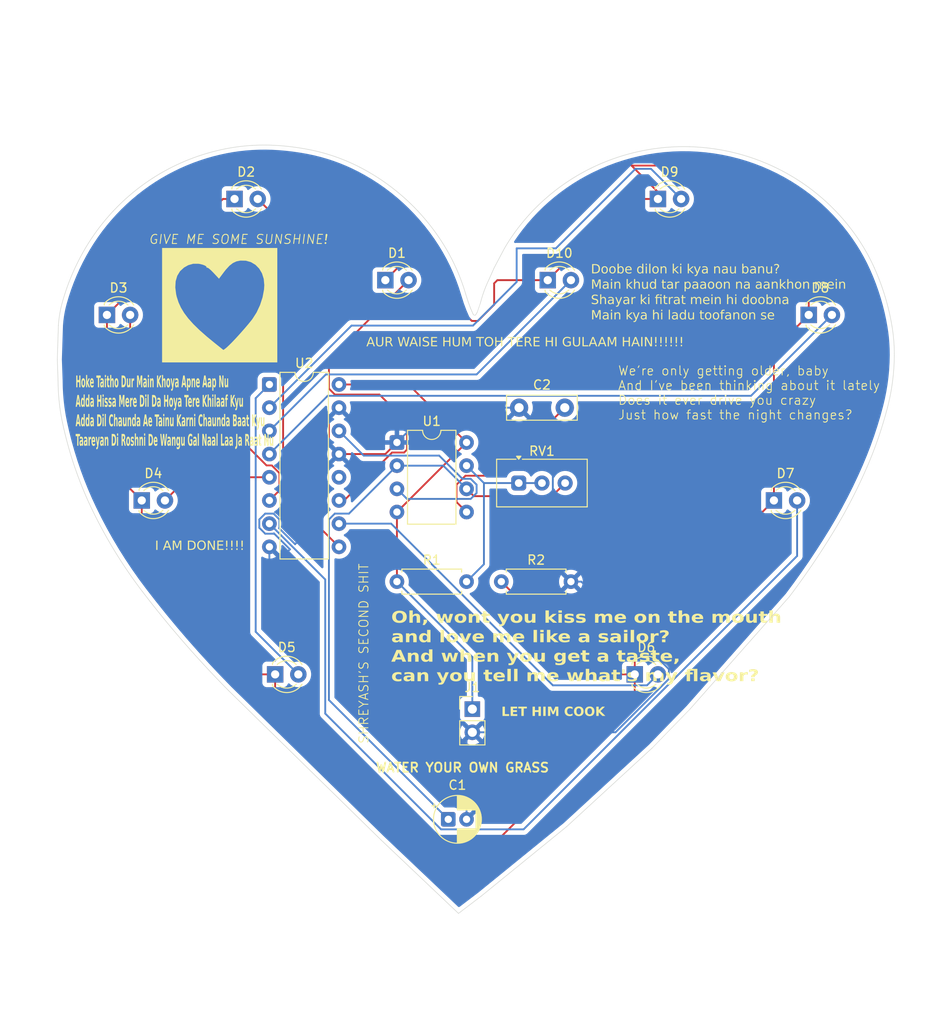
<source format=kicad_pcb>
(kicad_pcb (version 20241229) (generator "pcbnew") (generator_version "9.0")
  (layers (0 "F.Cu" signal) (2 "B.Cu" signal) (13 "F.Paste" user) (15 "B.Paste" user) (5 "F.SilkS" user "F.Silkscreen") (7 "B.SilkS" user "B.Silkscreen") (1 "F.Mask" user) (3 "B.Mask" user) (25 "Edge.Cuts" user))
  (net 0 "")
  (net 1 "+5V")
  (net 2 "TR")
  (net 3 "GND")
  (net 4 "Net-(U1-DIS)")
  (net 5 "OUT")
  (net 6 "Net-(U1-CV)")
  (net 7 "Net-(D1-K)")
  (net 8 "Net-(D1-A)")
  (net 9 "Net-(D2-A)")
  (net 10 "Net-(D3-A)")
  (net 11 "Net-(D4-A)")
  (net 12 "Net-(D5-A)")
  (net 13 "Net-(D6-A)")
  (net 14 "Net-(D7-A)")
  (net 15 "Net-(D8-A)")
  (net 16 "Net-(D9-A)")
  (net 17 "Net-(D10-A)")
  (footprint "LED_THT:LED_D3.0mm" (layer "F.Cu") (at 131.445 124.46)
    (property "Reference" "D5" (at 1.27 -2.96 0) (layer "F.SilkS"))
    (property "Value" "LED")
    (pad "1" thru_hole rect (at 0 0) (size 1.8 1.8) (drill 0.9) (layers "*.Cu" "*.Mask") (net 7 "Net-(D1-K)"))
    (pad "2" thru_hole circle (at 2.54 0) (size 1.8 1.8) (drill 0.9) (layers "*.Cu" "*.Mask") (net 12 "Net-(D5-A)"))
  )
  (footprint "a1:newig" (layer "F.Cu") (at 176.403 106.3498)
    (property "Reference" "               " (at 0 0 0) (layer "F.SilkS") (effects (font (size 0.1284 0.1284) (thickness 0.0321))))
    (property "Value" "LOGO" (hide yes))
  )
  (footprint "LED_THT:LED_D3.0mm" (layer "F.Cu") (at 173.355 72.39)
    (property "Reference" "D9" (at 1.27 -2.96 0) (layer "F.SilkS"))
    (property "Value" "LED")
    (pad "1" thru_hole rect (at 0 0) (size 1.8 1.8) (drill 0.9) (layers "*.Cu" "*.Mask") (net 7 "Net-(D1-K)"))
    (pad "2" thru_hole circle (at 2.54 0) (size 1.8 1.8) (drill 0.9) (layers "*.Cu" "*.Mask") (net 16 "Net-(D9-A)"))
  )
  (footprint "Potentiometer_THT:Potentiometer_Vishay_T93YA_Vertical" (layer "F.Cu") (at 158.115 103.505)
    (property "Reference" "RV1" (at 2.54 -3.5 0) (layer "F.SilkS"))
    (property "Value" "50k")
    (pad "1" thru_hole roundrect (at 0 0) (size 1.65 1.65) (drill 0.85) (layers "*.Cu" "*.Mask") (net 4 "Net-(U1-DIS)"))
    (pad "2" thru_hole circle (at 2.54 0) (size 1.65 1.65) (drill 0.85) (layers "*.Cu" "*.Mask") (net 4 "Net-(U1-DIS)"))
    (pad "3" thru_hole circle (at 5.08 0) (size 1.65 1.65) (drill 0.85) (layers "*.Cu" "*.Mask") (net 2 "TR"))
  )
  (footprint "LED_THT:LED_D3.0mm" (layer "F.Cu") (at 186.055 105.41)
    (property "Reference" "D7" (at 1.27 -2.96 0) (layer "F.SilkS"))
    (property "Value" "LED")
    (pad "1" thru_hole rect (at 0 0) (size 1.8 1.8) (drill 0.9) (layers "*.Cu" "*.Mask") (net 7 "Net-(D1-K)"))
    (pad "2" thru_hole circle (at 2.54 0) (size 1.8 1.8) (drill 0.9) (layers "*.Cu" "*.Mask") (net 14 "Net-(D7-A)"))
  )
  (footprint "a1:gf111" (layer "F.Cu") (at 125.3744 84.0232)
    (property "Reference" "                                                  " (hide yes))
    (property "Value" "LOGO" (hide yes))
  )
  (footprint "LED_THT:LED_D3.0mm" (layer "F.Cu") (at 189.865 85.09)
    (property "Reference" "D8" (at 1.27 -2.96 0) (layer "F.SilkS"))
    (property "Value" "LED")
    (pad "1" thru_hole rect (at 0 0) (size 1.8 1.8) (drill 0.9) (layers "*.Cu" "*.Mask") (net 7 "Net-(D1-K)"))
    (pad "2" thru_hole circle (at 2.54 0) (size 1.8 1.8) (drill 0.9) (layers "*.Cu" "*.Mask") (net 15 "Net-(D8-A)"))
  )
  (footprint "LED_THT:LED_D3.0mm" (layer "F.Cu") (at 161.29 81.28)
    (property "Reference" "D10" (at 1.27 -2.96 0) (layer "F.SilkS"))
    (property "Value" "LED")
    (pad "1" thru_hole rect (at 0 0) (size 1.8 1.8) (drill 0.9) (layers "*.Cu" "*.Mask") (net 7 "Net-(D1-K)"))
    (pad "2" thru_hole circle (at 2.54 0) (size 1.8 1.8) (drill 0.9) (layers "*.Cu" "*.Mask") (net 17 "Net-(D10-A)"))
  )
  (footprint "Resistor_THT:R_Axial_DIN0207_L6.3mm_D2.5mm_P7.62mm_Horizontal" (layer "F.Cu") (at 144.78 114.3)
    (property "Reference" "R1" (at 3.81 -2.37 0) (layer "F.SilkS"))
    (property "Value" "1k")
    (pad "1" thru_hole circle (at 0 0) (size 1.6 1.6) (drill 0.8) (layers "*.Cu" "*.Mask") (net 1 "+5V"))
    (pad "2" thru_hole circle (at 7.62 0) (size 1.6 1.6) (drill 0.8) (layers "*.Cu" "*.Mask") (net 4 "Net-(U1-DIS)"))
  )
  (footprint "LED_THT:LED_D3.0mm" (layer "F.Cu") (at 170.815 124.46)
    (property "Reference" "D6" (at 1.27 -2.96 0) (layer "F.SilkS"))
    (property "Value" "LED")
    (pad "1" thru_hole rect (at 0 0) (size 1.8 1.8) (drill 0.9) (layers "*.Cu" "*.Mask") (net 7 "Net-(D1-K)"))
    (pad "2" thru_hole circle (at 2.54 0) (size 1.8 1.8) (drill 0.9) (layers "*.Cu" "*.Mask") (net 13 "Net-(D6-A)"))
  )
  (footprint "Connector_PinHeader_2.54mm:PinHeader_1x02_P2.54mm_Vertical" (layer "F.Cu") (at 153.035 128.265)
    (property "Reference" "J1" (at 0 -2.38 0) (layer "F.SilkS"))
    (property "Value" "Conn_01x02_Socket")
    (pad "1" thru_hole rect (at 0 0) (size 1.7 1.7) (drill 1) (layers "*.Cu" "*.Mask") (net 1 "+5V"))
    (pad "2" thru_hole circle (at 0 2.54) (size 1.7 1.7) (drill 1) (layers "*.Cu" "*.Mask") (net 3 "GND"))
  )
  (footprint "LED_THT:LED_D3.0mm" (layer "F.Cu") (at 143.51 81.28)
    (property "Reference" "D1" (at 1.27 -2.96 0) (layer "F.SilkS"))
    (property "Value" "LED")
    (pad "1" thru_hole rect (at 0 0) (size 1.8 1.8) (drill 0.9) (layers "*.Cu" "*.Mask") (net 7 "Net-(D1-K)"))
    (pad "2" thru_hole circle (at 2.54 0) (size 1.8 1.8) (drill 0.9) (layers "*.Cu" "*.Mask") (net 8 "Net-(D1-A)"))
  )
  (footprint "LED_THT:LED_D3.0mm" (layer "F.Cu") (at 113.03 85.09)
    (property "Reference" "D3" (at 1.27 -2.96 0) (layer "F.SilkS"))
    (property "Value" "LED")
    (pad "1" thru_hole rect (at 0 0) (size 1.8 1.8) (drill 0.9) (layers "*.Cu" "*.Mask") (net 7 "Net-(D1-K)"))
    (pad "2" thru_hole circle (at 2.54 0) (size 1.8 1.8) (drill 0.9) (layers "*.Cu" "*.Mask") (net 10 "Net-(D3-A)"))
  )
  (footprint "LED_THT:LED_D3.0mm" (layer "F.Cu") (at 127 72.39)
    (property "Reference" "D2" (at 1.27 -2.96 0) (layer "F.SilkS"))
    (property "Value" "LED")
    (pad "1" thru_hole rect (at 0 0) (size 1.8 1.8) (drill 0.9) (layers "*.Cu" "*.Mask") (net 7 "Net-(D1-K)"))
    (pad "2" thru_hole circle (at 2.54 0) (size 1.8 1.8) (drill 0.9) (layers "*.Cu" "*.Mask") (net 9 "Net-(D2-A)"))
  )
  (footprint "Capacitor_THT:C_Disc_D7.5mm_W2.5mm_P5.00mm" (layer "F.Cu") (at 158.155 95.25)
    (property "Reference" "C2" (at 2.5 -2.5 0) (layer "F.SilkS"))
    (property "Value" "0.01 uF")
    (pad "1" thru_hole circle (at 0 0) (size 2 2) (drill 1) (layers "*.Cu" "*.Mask") (net 3 "GND"))
    (pad "2" thru_hole circle (at 5 0) (size 2 2) (drill 1) (layers "*.Cu" "*.Mask") (net 6 "Net-(U1-CV)"))
  )
  (footprint "Package_DIP:DIP-16_W7.62mm" (layer "F.Cu") (at 130.815 92.71)
    (property "Reference" "U2" (at 3.81 -2.33 0) (layer "F.SilkS"))
    (property "Value" "4017")
    (pad "1" thru_hole roundrect (at 0 0) (size 1.6 1.6) (drill 0.8) (layers "*.Cu" "*.Mask") (roundrect_rratio 0.15625) (net 12 "Net-(D5-A)"))
    (pad "2" thru_hole circle (at 0 2.54) (size 1.6 1.6) (drill 0.8) (layers "*.Cu" "*.Mask") (net 16 "Net-(D9-A)"))
    (pad "3" thru_hole circle (at 0 5.08) (size 1.6 1.6) (drill 0.8) (layers "*.Cu" "*.Mask") (net 17 "Net-(D10-A)"))
    (pad "4" thru_hole circle (at 0 7.62) (size 1.6 1.6) (drill 0.8) (layers "*.Cu" "*.Mask") (net 15 "Net-(D8-A)"))
    (pad "5" thru_hole circle (at 0 10.16) (size 1.6 1.6) (drill 0.8) (layers "*.Cu" "*.Mask") (net 11 "Net-(D4-A)"))
    (pad "6" thru_hole circle (at 0 12.7) (size 1.6 1.6) (drill 0.8) (layers "*.Cu" "*.Mask") (net 10 "Net-(D3-A)"))
    (pad "7" thru_hole circle (at 0 15.24) (size 1.6 1.6) (drill 0.8) (layers "*.Cu" "*.Mask") (net 14 "Net-(D7-A)"))
    (pad "8" thru_hole circle (at 0 17.78) (size 1.6 1.6) (drill 0.8) (layers "*.Cu" "*.Mask") (net 3 "GND"))
    (pad "9" thru_hole circle (at 7.62 17.78) (size 1.6 1.6) (drill 0.8) (layers "*.Cu" "*.Mask") (net 9 "Net-(D2-A)"))
    (pad "10" thru_hole circle (at 7.62 15.24) (size 1.6 1.6) (drill 0.8) (layers "*.Cu" "*.Mask") (net 13 "Net-(D6-A)"))
    (pad "11" thru_hole circle (at 7.62 12.7) (size 1.6 1.6) (drill 0.8) (layers "*.Cu" "*.Mask") (net 8 "Net-(D1-A)"))
    (pad "12" thru_hole circle (at 7.62 10.16) (size 1.6 1.6) (drill 0.8) (layers "*.Cu" "*.Mask"))
    (pad "13" thru_hole circle (at 7.62 7.62) (size 1.6 1.6) (drill 0.8) (layers "*.Cu" "*.Mask") (net 3 "GND"))
    (pad "14" thru_hole circle (at 7.62 5.08) (size 1.6 1.6) (drill 0.8) (layers "*.Cu" "*.Mask") (net 5 "OUT"))
    (pad "15" thru_hole circle (at 7.62 2.54) (size 1.6 1.6) (drill 0.8) (layers "*.Cu" "*.Mask") (net 3 "GND"))
    (pad "16" thru_hole circle (at 7.62 0) (size 1.6 1.6) (drill 0.8) (layers "*.Cu" "*.Mask") (net 1 "+5V"))
  )
  (footprint "Capacitor_THT:CP_Radial_D5.0mm_P2.00mm" (layer "F.Cu") (at 150.4 140.335)
    (property "Reference" "C1" (at 1 -3.75 0) (layer "F.SilkS"))
    (property "Value" "1 uF")
    (pad "1" thru_hole roundrect (at 0 0) (size 1.6 1.6) (drill 0.8) (layers "*.Cu" "*.Mask") (roundrect_rratio 0.15625) (net 2 "TR"))
    (pad "2" thru_hole circle (at 2 0) (size 1.6 1.6) (drill 0.8) (layers "*.Cu" "*.Mask") (net 3 "GND"))
  )
  (footprint "LED_THT:LED_D3.0mm" (layer "F.Cu") (at 116.84 105.41)
    (property "Reference" "D4" (at 1.27 -2.96 0) (layer "F.SilkS"))
    (property "Value" "LED")
    (pad "1" thru_hole rect (at 0 0) (size 1.8 1.8) (drill 0.9) (layers "*.Cu" "*.Mask") (net 7 "Net-(D1-K)"))
    (pad "2" thru_hole circle (at 2.54 0) (size 1.8 1.8) (drill 0.9) (layers "*.Cu" "*.Mask") (net 11 "Net-(D4-A)"))
  )
  (footprint "Resistor_THT:R_Axial_DIN0207_L6.3mm_D2.5mm_P7.62mm_Horizontal" (layer "F.Cu") (at 156.21 114.3)
    (property "Reference" "R2" (at 3.81 -2.37 0) (layer "F.SilkS"))
    (property "Value" "470")
    (pad "1" thru_hole circle (at 0 0) (size 1.6 1.6) (drill 0.8) (layers "*.Cu" "*.Mask") (net 7 "Net-(D1-K)"))
    (pad "2" thru_hole circle (at 7.62 0) (size 1.6 1.6) (drill 0.8) (layers "*.Cu" "*.Mask") (net 3 "GND"))
  )
  (footprint "Package_DIP:DIP-8_W7.62mm" (layer "F.Cu") (at 144.78 99.06)
    (property "Reference" "U1" (at 3.81 -2.33 0) (layer "F.SilkS"))
    (property "Value" "NE555P")
    (pad "1" thru_hole roundrect (at 0 0) (size 1.6 1.6) (drill 0.8) (layers "*.Cu" "*.Mask") (roundrect_rratio 0.15625) (net 3 "GND"))
    (pad "2" thru_hole circle (at 0 2.54) (size 1.6 1.6) (drill 0.8) (layers "*.Cu" "*.Mask") (net 2 "TR"))
    (pad "3" thru_hole circle (at 0 5.08) (size 1.6 1.6) (drill 0.8) (layers "*.Cu" "*.Mask") (net 5 "OUT"))
    (pad "4" thru_hole circle (at 0 7.62) (size 1.6 1.6) (drill 0.8) (layers "*.Cu" "*.Mask") (net 1 "+5V"))
    (pad "5" thru_hole circle (at 7.62 7.62) (size 1.6 1.6) (drill 0.8) (layers "*.Cu" "*.Mask") (net 6 "Net-(U1-CV)"))
    (pad "6" thru_hole circle (at 7.62 5.08) (size 1.6 1.6) (drill 0.8) (layers "*.Cu" "*.Mask") (net 2 "TR"))
    (pad "7" thru_hole circle (at 7.62 2.54) (size 1.6 1.6) (drill 0.8) (layers "*.Cu" "*.Mask") (net 4 "Net-(U1-DIS)"))
    (pad "8" thru_hole circle (at 7.62 0) (size 1.6 1.6) (drill 0.8) (layers "*.Cu" "*.Mask") (net 1 "+5V"))
  )
  (gr_arc (start 176.822668 66.665605) (mid 182.331937 67.486048) (end 187.485956 69.598219) (stroke (width 0.06)) (layer "Edge.Cuts"))
  (gr_arc (start 131.911836 66.547122) (mid 133.479184 66.70812) (end 135.0349 66.957617) (stroke (width 0.06)) (layer "Edge.Cuts"))
  (gr_arc (start 199.234901 89.535) (mid 199.040332 92.393252) (end 198.495382 95.205812) (stroke (width 0.06)) (layer "Edge.Cuts"))
  (gr_arc (start 126.331838 126.221807) (mid 121.444953 120.950092) (end 116.904118 115.377483) (stroke (width 0.06)) (layer "Edge.Cuts"))
  (gr_line (start 154.870093 81.181304) (end 155.416929 79.945527) (stroke (width 0.06)) (layer "Edge.Cuts"))
  (gr_arc (start 111.388405 106.37216) (mid 109.49197 101.72593) (end 108.163049 96.886727) (stroke (width 0.06)) (layer "Edge.Cuts"))
  (gr_arc (start 140.723976 68.91686) (mid 143.378804 70.517221) (end 145.797934 72.455539) (stroke (width 0.06)) (layer "Edge.Cuts"))
  (gr_arc (start 196.247284 101.752542) (mid 194.558477 105.315748) (end 192.629598 108.754924) (stroke (width 0.06)) (layer "Edge.Cuts"))
  (gr_line (start 163.362967 141.133357) (end 154.001845 148.751872) (stroke (width 0.06)) (layer "Edge.Cuts"))
  (gr_line (start 155.416929 79.945527) (end 156.526016 77.846332) (stroke (width 0.06)) (layer "Edge.Cuts"))
  (gr_line (start 143.051845 142.607014) (end 126.331838 126.221807) (stroke (width 0.06)) (layer "Edge.Cuts"))
  (gr_line (start 199.2376 89.535) (end 199.2349 89.389593) (stroke (width 0.05)) (layer "Edge.Cuts"))
  (gr_arc (start 123.142856 67.657073) (mid 124.569046 67.229092) (end 126.019912 66.894165) (stroke (width 0.06)) (layer "Edge.Cuts"))
  (gr_arc (start 110.341787 78.353793) (mid 111.879384 75.941055) (end 113.700384 73.734368) (stroke (width 0.06)) (layer "Edge.Cuts"))
  (gr_arc (start 149.78804 77.226076) (mid 151.240781 79.920176) (end 152.30458 82.78983) (stroke (width 0.06)) (layer "Edge.Cuts"))
  (gr_line (start 151.51879 150.641728) (end 143.051845 142.607014) (stroke (width 0.06)) (layer "Edge.Cuts"))
  (gr_arc (start 113.700384 73.734368) (mid 115.76 71.785883) (end 118.044504 70.106703) (stroke (width 0.06)) (layer "Edge.Cuts"))
  (gr_arc (start 192.629598 108.754924) (mid 190.278021 112.416116) (end 187.742626 115.9525) (stroke (width 0.06)) (layer "Edge.Cuts"))
  (gr_arc (start 116.904118 115.377483) (mid 113.915816 111.015968) (end 111.388405 106.37216) (stroke (width 0.06)) (layer "Edge.Cuts"))
  (gr_arc (start 153.916607 83.800862) (mid 154.326221 82.466648) (end 154.870093 81.181304) (stroke (width 0.06)) (layer "Edge.Cuts"))
  (gr_arc (start 153.259188 85.127262) (mid 153.173315 85.07732) (end 153.113819 84.995887) (stroke (width 0.06)) (layer "Edge.Cuts"))
  (gr_arc (start 153.396358 85.081663) (mid 153.335364 85.12732) (end 153.259188 85.127262) (stroke (width 0.06)) (layer "Edge.Cuts"))
  (gr_arc (start 157.650417 76.100417) (mid 161.40599 72.040157) (end 166.035804 69.014456) (stroke (width 0.06)) (layer "Edge.Cuts"))
  (gr_arc (start 195.525913 77.134076) (mid 196.339093 78.502455) (end 197.046041 79.92862) (stroke (width 0.06)) (layer "Edge.Cuts"))
  (gr_line (start 107.677733 92.27751) (end 107.593733 89.968262) (stroke (width 0.06)) (layer "Edge.Cuts"))
  (gr_line (start 154.001845 148.751872) (end 151.51879 150.641728) (stroke (width 0.06)) (layer "Edge.Cuts"))
  (gr_arc (start 107.714751 86.226493) (mid 107.864157 84.962188) (end 108.142521 83.719855) (stroke (width 0.06)) (layer "Edge.Cuts"))
  (gr_arc (start 108.163049 96.886727) (mid 107.896563 95.370486) (end 107.677733 92.27751) (stroke (width 0.06)) (layer "Edge.Cuts"))
  (gr_line (start 152.30458 82.78983) (end 152.577737 83.654766) (stroke (width 0.06)) (layer "Edge.Cuts"))
  (gr_arc (start 153.575389 84.778657) (mid 153.491446 84.933453) (end 153.396358 85.081663) (stroke (width 0.06)) (layer "Edge.Cuts"))
  (gr_arc (start 135.0349 66.957617) (mid 137.950243 67.73164) (end 140.723976 68.91686) (stroke (width 0.06)) (layer "Edge.Cuts"))
  (gr_line (start 172.731009 132.519722) (end 163.362967 141.133357) (stroke (width 0.06)) (layer "Edge.Cuts"))
  (gr_arc (start 187.485956 69.598219) (mid 191.967078 72.874157) (end 195.525913 77.134076) (stroke (width 0.06)) (layer "Edge.Cuts"))
  (gr_line (start 152.855718 84.399708) (end 153.113819 84.995887) (stroke (width 0.06)) (layer "Edge.Cuts"))
  (gr_arc (start 166.035804 69.014456) (mid 171.286618 67.185071) (end 176.822668 66.665605) (stroke (width 0.06)) (layer "Edge.Cuts"))
  (gr_arc (start 108.142521 83.719855) (mid 109.084836 80.972348) (end 110.341787 78.353793) (stroke (width 0.06)) (layer "Edge.Cuts"))
  (gr_arc (start 198.225957 83.082077) (mid 198.65674 84.691696) (end 198.982496 86.325811) (stroke (width 0.06)) (layer "Edge.Cuts"))
  (gr_line (start 172.731009 132.519722) (end 176.884089 128.244853) (stroke (width 0.05)) (layer "Edge.Cuts"))
  (gr_arc (start 128.924756 66.524302) (mid 130.418675 66.486115) (end 131.911836 66.547122) (stroke (width 0.06)) (layer "Edge.Cuts"))
  (gr_arc (start 198.494938 95.205696) (mid 197.498208 98.522754) (end 196.247284 101.752542) (stroke (width 0.06)) (layer "Edge.Cuts"))
  (gr_arc (start 197.046041 79.92862) (mid 197.686603 81.486414) (end 198.225957 83.082077) (stroke (width 0.06)) (layer "Edge.Cuts"))
  (gr_line (start 187.742626 115.9525) (end 176.884091 128.244853) (stroke (width 0.06)) (layer "Edge.Cuts"))
  (gr_arc (start 145.797934 72.455539) (mid 147.950931 74.708702) (end 149.78804 77.226076) (stroke (width 0.06)) (layer "Edge.Cuts"))
  (gr_arc (start 126.019912 66.894165) (mid 127.466054 66.659909) (end 128.924756 66.524302) (stroke (width 0.06)) (layer "Edge.Cuts"))
  (gr_line (start 107.593733 89.968262) (end 107.714751 86.226493) (stroke (width 0.06)) (layer "Edge.Cuts"))
  (gr_arc (start 198.982496 86.325811) (mid 199.171695 87.852512) (end 199.2349 89.389593) (stroke (width 0.06)) (layer "Edge.Cuts"))
  (gr_arc (start 156.526016 77.846332) (mid 157.06573 76.958885) (end 157.650417 76.100417) (stroke (width 0.06)) (layer "Edge.Cuts"))
  (gr_line (start 153.575389 84.778655) (end 153.916607 83.800863) (stroke (width 0.05)) (layer "Edge.Cuts"))
  (gr_line (start 152.577737 83.654766) (end 152.855718 84.399708) (stroke (width 0.06)) (layer "Edge.Cuts"))
  (gr_arc (start 118.044504 70.106703) (mid 120.517622 68.723591) (end 123.142856 67.657073) (stroke (width 0.06)) (layer "Edge.Cuts"))
  (gr_text "Hoke Taitho Dur Main Khoya Apne Aap Nu\nAdda Hissa Mere Dil Da Hoya Tere Khilaaf Kyu\nAdda Dil Chaunda Ae Tainu Karni Chaunda Baat Kyu\nTaareyan Di Roshni De Wangu Gal Naal Laa Ja Raat Nu" (at 109.6 95.69 0) (layer "F.SilkS") (effects (font (size 1.27 0.508) (thickness 0.127) (bold yes)) (justify left)))
  (gr_text "We're only getting older, baby\nAnd I've been thinking about it lately\nDoes it ever drive you crazy\nJust how fast the night changes?" (at 168.9354 96.62 0) (layer "F.SilkS") (effects (font (size 1 1) (thickness 0.1)) (justify left bottom)))
  (gr_text "GIVE ME SOME SUNSHINE!" (at 127.4064 77.3938 0) (layer "F.SilkS") (effects (font (size 1 1) (thickness 0.1) (italic yes)) (justify bottom)))
  (gr_text "LET HIM COOK" (at 156.21 129.1844 0) (layer "F.SilkS") (effects (font (size 1 1) (thickness 0.2) (bold yes)) (justify left bottom)))
  (gr_text "Oh, wont you kiss me on the mouth\nand love me like a sailor?\nAnd when you get a taste,\ncan you tell me what's my flavor?" (at 144.15 125.42 0) (layer "F.SilkS") (effects (font (size 1.27 1.524) (thickness 0.1905) (bold yes)) (justify left bottom)))
  (gr_text "SHREYASH'S SECOND SHIT" (at 141.732 132.1308 90) (layer "F.SilkS") (effects (font (size 1 1) (thickness 0.1)) (justify left bottom)))
  (gr_text "Doobe dilon ki kya nau banu?\nMain khud tar paaoon na aankhon mein\nShayar ki fitrat mein hi doobna\nMain kya hi ladu toofanon se" (at 166.0144 85.7504 0) (layer "F.SilkS") (effects (font (size 1 1) (thickness 0.1)) (justify left bottom)))
  (gr_text "I AM DONE!!!!" (at 118.2878 110.998 0) (layer "F.SilkS") (effects (font (size 1 1) (thickness 0.1)) (justify left bottom)))
  (gr_text "AUR WAISE HUM TOH TERE HI GULAAM HAIN!!!!!!" (at 141.4272 88.6968 0) (layer "F.SilkS") (effects (font (size 1 1) (thickness 0.1)) (justify left bottom)))
  (gr_text "WATER YOUR OWN GRASS" (at 142.367 135.255 0) (layer "F.SilkS") (effects (font (size 1 1) (thickness 0.2) (bold yes)) (justify left bottom)))
  (segment (start 152.4 99.06) (end 146.05 92.71) (width 0.2) (layer "F.Cu") (net 1))
  (segment (start 144.78 106.68) (end 152.4 99.06) (width 0.2) (layer "F.Cu") (net 1))
  (segment (start 144.78 114.3) (end 144.78 106.68) (width 0.2) (layer "F.Cu") (net 1))
  (segment (start 146.05 92.71) (end 138.435 92.71) (width 0.2) (layer "F.Cu") (net 1))
  (segment (start 153.035 122.555) (end 144.78 114.3) (width 0.2) (layer "B.Cu") (net 1))
  (segment (start 153.035 128.265) (end 153.035 122.555) (width 0.2) (layer "B.Cu") (net 1))
  (segment (start 152.4 104.14) (end 153.199999 104.939999) (width 0.2) (layer "F.Cu") (net 2))
  (segment (start 153.199999 104.939999) (end 161.760001 104.939999) (width 0.2) (layer "F.Cu") (net 2))
  (segment (start 161.760001 104.939999) (end 163.195 103.505) (width 0.2) (layer "F.Cu") (net 2))
  (segment (start 137.97895 106.849) (end 139.531 106.849) (width 0.2) (layer "B.Cu") (net 2))
  (segment (start 139.531 106.849) (end 144.78 101.6) (width 0.2) (layer "B.Cu") (net 2))
  (segment (start 137.334 107.49395) (end 137.97895 106.849) (width 0.2) (layer "B.Cu") (net 2))
  (segment (start 149.86 101.6) (end 152.4 104.14) (width 0.2) (layer "B.Cu") (net 2))
  (segment (start 137.334 127.269) (end 137.334 107.49395) (width 0.2) (layer "B.Cu") (net 2))
  (segment (start 144.78 101.6) (end 149.86 101.6) (width 0.2) (layer "B.Cu") (net 2))
  (segment (start 150.4 140.335) (end 137.334 127.269) (width 0.2) (layer "B.Cu") (net 2))
  (segment (start 137.334 99.229) (end 137.334 96.351) (width 0.2) (layer "F.Cu") (net 3))
  (segment (start 138.435 100.33) (end 143.51 100.33) (width 0.2) (layer "F.Cu") (net 3))
  (segment (start 143.51 100.33) (end 144.78 99.06) (width 0.2) (layer "F.Cu") (net 3))
  (segment (start 138.435 100.33) (end 137.334 99.229) (width 0.2) (layer "F.Cu") (net 3))
  (segment (start 137.334 96.351) (end 138.435 95.25) (width 0.2) (layer "F.Cu") (net 3))
  (segment (start 131.916 108.40605) (end 131.877075 108.444975) (width 0.2) (layer "B.Cu") (net 3))
  (segment (start 161.8488 98.9438) (end 161.8488 112.3188) (width 0.2) (layer "B.Cu") (net 3))
  (segment (start 152.4 140.335) (end 152.4 131.44) (width 0.2) (layer "B.Cu") (net 3))
  (segment (start 130.815 112.265) (end 130.815 110.49) (width 0.2) (layer "B.Cu") (net 3))
  (segment (start 134.794 109.036) (end 134.794 103.971) (width 0.2) (layer "B.Cu") (net 3))
  (segment (start 174.556 124.957471) (end 168.708471 130.805) (width 0.2) (layer "B.Cu") (net 3))
  (segment (start 131.19 112.64) (end 130.815 112.265) (width 0.2) (layer "B.Cu") (net 3))
  (segment (start 134.794 103.971) (end 138.435 100.33) (width 0.2) (layer "B.Cu") (net 3))
  (segment (start 130.35895 106.849) (end 131.27105 106.849) (width 0.2) (layer "B.Cu") (net 3))
  (segment (start 133.63105 110.19895) (end 134.794 109.036) (width 0.2) (layer "B.Cu") (net 3))
  (segment (start 131.27105 109.051) (end 130.35895 109.051) (width 0.2) (layer "B.Cu") (net 3))
  (segment (start 158.155 95.25) (end 148.59 95.25) (width 0.2) (layer "B.Cu") (net 3))
  (segment (start 131.877075 108.444975) (end 133.63105 110.19895) (width 0.2) (layer "B.Cu") (net 3))
  (segment (start 163.83 114.3) (end 164.96137 114.3) (width 0.2) (layer "B.Cu") (net 3))
  (segment (start 131.916 107.49395) (end 131.916 108.40605) (width 0.2) (layer "B.Cu") (net 3))
  (segment (start 129.714 107.49395) (end 130.35895 106.849) (width 0.2) (layer "B.Cu") (net 3))
  (segment (start 129.714 108.40605) (end 129.714 107.49395) (width 0.2) (layer "B.Cu") (net 3))
  (segment (start 130.35895 109.051) (end 129.714 108.40605) (width 0.2) (layer "B.Cu") (net 3))
  (segment (start 133.06395 110.76605) (end 131.309975 109.012075) (width 0.2) (layer "B.Cu") (net 3))
  (segment (start 161.8488 112.3188) (end 163.83 114.3) (width 0.2) (layer "B.Cu") (net 3))
  (segment (start 152.4 131.44) (end 153.035 130.805) (width 0.2) (layer "B.Cu") (net 3))
  (segment (start 131.19 112.64) (end 133.06395 110.76605) (width 0.2) (layer "B.Cu") (net 3))
  (segment (start 164.96137 114.3) (end 174.556 123.89463) (width 0.2) (layer "B.Cu") (net 3))
  (segment (start 168.708471 130.805) (end 153.035 130.805) (width 0.2) (layer "B.Cu") (net 3))
  (segment (start 158.155 95.25) (end 161.8488 98.9438) (width 0.2) (layer "B.Cu") (net 3))
  (segment (start 131.27105 106.849) (end 131.916 107.49395) (width 0.2) (layer "B.Cu") (net 3))
  (segment (start 174.556 123.89463) (end 174.556 124.957471) (width 0.2) (layer "B.Cu") (net 3))
  (segment (start 148.59 95.25) (end 144.78 99.06) (width 0.2) (layer "B.Cu") (net 3))
  (segment (start 131.309975 109.012075) (end 131.27105 109.051) (width 0.2) (layer "B.Cu") (net 3))
  (segment (start 154.305 103.505) (end 154.305 112.395) (width 0.2) (layer "B.Cu") (net 4))
  (segment (start 154.305 112.395) (end 152.4 114.3) (width 0.2) (layer "B.Cu") (net 4))
  (segment (start 158.115 103.505) (end 154.305 103.505) (width 0.2) (layer "B.Cu") (net 4))
  (segment (start 154.305 103.505) (end 152.4 101.6) (width 0.2) (layer "B.Cu") (net 4))
  (segment (start 158.115 103.505) (end 160.655 103.505) (width 0.2) (layer "B.Cu") (net 4))
  (segment (start 152.85605 105.241) (end 145.881 105.241) (width 0.2) (layer "B.Cu") (net 5))
  (segment (start 152.85605 103.039) (end 153.501 103.68395) (width 0.2) (layer "B.Cu") (net 5))
  (segment (start 151.94395 103.039) (end 152.85605 103.039) (width 0.2) (layer "B.Cu") (net 5))
  (segment (start 149.40395 100.499) (end 151.94395 103.039) (width 0.2) (layer "B.Cu") (net 5))
  (segment (start 153.501 104.59605) (end 152.85605 105.241) (width 0.2) (layer "B.Cu") (net 5))
  (segment (start 141.144 100.499) (end 149.40395 100.499) (width 0.2) (layer "B.Cu") (net 5))
  (segment (start 145.881 105.241) (end 144.78 104.14) (width 0.2) (layer "B.Cu") (net 5))
  (segment (start 153.501 103.68395) (end 153.501 104.59605) (width 0.2) (layer "B.Cu") (net 5))
  (segment (start 138.435 97.79) (end 141.144 100.499) (width 0.2) (layer "B.Cu") (net 5))
  (segment (start 152.28195 102.701) (end 155.704 102.701) (width 0.2) (layer "F.Cu") (net 6))
  (segment (start 152.4 106.68) (end 151.299 105.579) (width 0.2) (layer "F.Cu") (net 6))
  (segment (start 155.704 102.701) (end 163.155 95.25) (width 0.2) (layer "F.Cu") (net 6))
  (segment (start 151.299 103.68395) (end 152.28195 102.701) (width 0.2) (layer "F.Cu") (net 6))
  (segment (start 151.299 105.579) (end 151.299 103.68395) (width 0.2) (layer "F.Cu") (net 6))
  (segment (start 153.646053 85.7504) (end 152.982406 85.7504) (width 0.2) (layer "F.Cu") (net 7))
  (segment (start 155.4226 83.973853) (end 153.646053 85.7504) (width 0.2) (layer "F.Cu") (net 7))
  (segment (start 150.3172 80.5688) (end 146.939 77.1906) (width 0.2) (layer "F.Cu") (net 7))
  (segment (start 125.73 72.39) (end 113.03 85.09) (width 0.2) (layer "F.Cu") (net 7))
  (segment (start 189.865 85.09) (end 189.865 79.121) (width 0.2) (layer "F.Cu") (net 7))
  (segment (start 131.445 124.46) (end 131.445 126.6444) (width 0.2) (layer "F.Cu") (net 7))
  (segment (start 129.8956 124.46) (end 131.445 124.46) (width 0.2) (layer "F.Cu") (net 7))
  (segment (start 113.03 85.09) (end 113.03 101.6) (width 0.2) (layer "F.Cu") (net 7))
  (segment (start 170.815 127.6096) (end 170.815 124.46) (width 0.2) (layer "F.Cu") (net 7))
  (segment (start 166.37 124.46) (end 156.21 114.3) (width 0.2) (layer "F.Cu") (net 7))
  (segment (start 186.055 88.9) (end 189.865 85.09) (width 0.2) (layer "F.Cu") (net 7))
  (segment (start 161.29 81.28) (end 155.7782 81.28) (width 0.2) (layer "F.Cu") (net 7))
  (segment (start 131.445 126.6444) (end 151.6126 146.812) (width 0.2) (layer "F.Cu") (net 7))
  (segment (start 179.4764 68.7324) (end 170.4594 68.7324) (width 0.2) (layer "F.Cu") (net 7))
  (segment (start 146.939 77.851) (end 143.51 81.28) (width 0.2) (layer "F.Cu") (net 7))
  (segment (start 170.18 72.39) (end 161.29 81.28) (width 0.2) (layer "F.Cu") (net 7))
  (segment (start 150.3172 83.085194) (end 150.3172 80.5688) (width 0.2) (layer "F.Cu") (net 7))
  (segment (start 146.939 77.1906) (end 146.939 77.851) (width 0.2) (layer "F.Cu") (net 7))
  (segment (start 170.815 120.65) (end 186.055 105.41) (width 0.2) (layer "F.Cu") (net 7))
  (segment (start 170.4594 68.7324) (end 173.355 71.628) (width 0.2) (layer "F.Cu") (net 7))
  (segment (start 173.355 71.628) (end 173.355 72.39) (width 0.2) (layer "F.Cu") (net 7))
  (segment (start 170.815 124.46) (end 170.815 120.65) (width 0.2) (layer "F.Cu") (net 7))
  (segment (start 115.6716 110.236) (end 129.8956 124.46) (width 0.2) (layer "F.Cu") (net 7))
  (segment (start 189.865 79.121) (end 179.4764 68.7324) (width 0.2) (layer "F.Cu") (net 7))
  (segment (start 152.982406 85.7504) (end 150.3172 83.085194) (width 0.2) (layer "F.Cu") (net 7))
  (segment (start 186.055 105.41) (end 186.055 88.9) (width 0.2) (layer "F.Cu") (net 7))
  (segment (start 127 72.39) (end 125.73 72.39) (width 0.2) (layer "F.Cu") (net 7))
  (segment (start 173.355 72.39) (end 170.18 72.39) (width 0.2) (layer "F.Cu") (net 7))
  (segment (start 116.84 105.41) (end 116.84 109.0676) (width 0.2) (layer "F.Cu") (net 7))
  (segment (start 170.815 124.46) (end 166.37 124.46) (width 0.2) (layer "F.Cu") (net 7))
  (segment (start 116.84 109.0676) (end 115.6716 110.236) (width 0.2) (layer "F.Cu") (net 7))
  (segment (start 151.6126 146.812) (end 170.815 127.6096) (width 0.2) (layer "F.Cu") (net 7))
  (segment (start 155.4226 81.6356) (end 155.4226 83.973853) (width 0.2) (layer "F.Cu") (net 7))
  (segment (start 155.7782 81.28) (end 155.4226 81.6356) (width 0.2) (layer "F.Cu") (net 7))
  (segment (start 113.03 101.6) (end 116.84 105.41) (width 0.2) (layer "F.Cu") (net 7))
  (segment (start 144.2461 100.161) (end 145.56516 100.161) (width 0.2) (layer "F.Cu") (net 8))
  (segment (start 137.334 89.996) (end 146.05 81.28) (width 0.2) (layer "F.Cu") (net 8))
  (segment (start 145.56516 100.161) (end 145.881 99.84516) (width 0.2) (layer "F.Cu") (net 8))
  (segment (start 138.435 105.41) (end 138.9971 105.41) (width 0.2) (layer "F.Cu") (net 8))
  (segment (start 145.881 96.8282) (end 142.8638 93.811) (width 0.2) (layer "F.Cu") (net 8))
  (segment (start 137.97895 93.811) (end 137.334 93.16605) (width 0.2) (layer "F.Cu") (net 8))
  (segment (start 145.881 99.84516) (end 145.881 96.8282) (width 0.2) (layer "F.Cu") (net 8))
  (segment (start 138.9971 105.41) (end 144.2461 100.161) (width 0.2) (layer "F.Cu") (net 8))
  (segment (start 142.8638 93.811) (end 137.97895 93.811) (width 0.2) (layer "F.Cu") (net 8))
  (segment (start 137.334 93.16605) (end 137.334 89.996) (width 0.2) (layer "F.Cu") (net 8))
  (segment (start 132.317 75.167) (end 129.54 72.39) (width 0.2) (layer "F.Cu") (net 9))
  (segment (start 132.317 104.372) (end 132.317 75.167) (width 0.2) (layer "F.Cu") (net 9))
  (segment (start 138.435 110.49) (end 132.317 104.372) (width 0.2) (layer "F.Cu") (net 9))
  (segment (start 131.916 104.309) (end 131.916 102.41395) (width 0.2) (layer "F.Cu") (net 10))
  (segment (start 130.815 105.41) (end 131.916 104.309) (width 0.2) (layer "F.Cu") (net 10))
  (segment (start 130.50255 101.5746) (end 115.57 86.64205) (width 0.2) (layer "F.Cu") (net 10))
  (segment (start 131.07665 101.5746) (end 130.50255 101.5746) (width 0.2) (layer "F.Cu") (net 10))
  (segment (start 115.57 86.64205) (end 115.57 85.09) (width 0.2) (layer "F.Cu") (net 10))
  (segment (start 131.916 102.41395) (end 131.07665 101.5746) (width 0.2) (layer "F.Cu") (net 10))
  (segment (start 121.92 102.87) (end 119.38 105.41) (width 0.2) (layer "F.Cu") (net 11))
  (segment (start 130.815 102.87) (end 121.92 102.87) (width 0.2) (layer "F.Cu") (net 11))
  (segment (start 129.313 119.788) (end 129.313 94.212) (width 0.2) (layer "B.Cu") (net 12))
  (segment (start 129.313 94.212) (end 130.815 92.71) (width 0.2) (layer "B.Cu") (net 12))
  (segment (start 133.985 124.46) (end 129.313 119.788) (width 0.2) (layer "B.Cu") (net 12))
  (segment (start 144.145 107.95) (end 161.856 125.661) (width 0.2) (layer "B.Cu") (net 13))
  (segment (start 138.435 107.95) (end 144.145 107.95) (width 0.2) (layer "B.Cu") (net 13))
  (segment (start 172.154 125.661) (end 173.355 124.46) (width 0.2) (layer "B.Cu") (net 13))
  (segment (start 161.856 125.661) (end 172.154 125.661) (width 0.2) (layer "B.Cu") (net 13))
  (segment (start 149.61484 141.436) (end 158.644571 141.436) (width 0.2) (layer "B.Cu") (net 14))
  (segment (start 130.815 107.95) (end 136.933 114.068) (width 0.2) (layer "B.Cu") (net 14))
  (segment (start 136.933 114.068) (end 136.933 128.75416) (width 0.2) (layer "B.Cu") (net 14))
  (segment (start 136.933 128.75416) (end 149.61484 141.436) (width 0.2) (layer "B.Cu") (net 14))
  (segment (start 188.595 111.485571) (end 188.595 105.41) (width 0.2) (layer "B.Cu") (net 14))
  (segment (start 158.644571 141.436) (end 188.595 111.485571) (width 0.2) (layer "B.Cu") (net 14))
  (segment (start 183.546 93.949) (end 192.405 85.09) (width 0.2) (layer "B.Cu") (net 15))
  (segment (start 137.196 93.949) (end 183.546 93.949) (width 0.2) (layer "B.Cu") (net 15))
  (segment (start 130.815 100.33) (end 137.196 93.949) (width 0.2) (layer "B.Cu") (net 15))
  (segment (start 157.8864 77.8002) (end 162.179 77.8002) (width 0.2) (layer "B.Cu") (net 16))
  (segment (start 170.8912 69.088) (end 172.593 69.088) (width 0.2) (layer "B.Cu") (net 16))
  (segment (start 162.179 77.8002) (end 170.8912 69.088) (width 0.2) (layer "B.Cu") (net 16))
  (segment (start 157.8864 81.478671) (end 157.8864 77.8002) (width 0.2) (layer "B.Cu") (net 16))
  (segment (start 139.8066 86.2584) (end 153.106671 86.2584) (width 0.2) (layer "B.Cu") (net 16))
  (segment (start 153.106671 86.2584) (end 157.8864 81.478671) (width 0.2) (layer "B.Cu") (net 16))
  (segment (start 172.593 69.088) (end 175.895 72.39) (width 0.2) (layer "B.Cu") (net 16))
  (segment (start 130.815 95.25) (end 139.8066 86.2584) (width 0.2) (layer "B.Cu") (net 16))
  (segment (start 130.815 97.79) (end 136.996 91.609) (width 0.2) (layer "B.Cu") (net 17))
  (segment (start 136.996 91.609) (end 153.501 91.609) (width 0.2) (layer "B.Cu") (net 17))
  (segment (start 153.501 91.609) (end 163.83 81.28) (width 0.2) (layer "B.Cu") (net 17))
  (zone (net 3) (net_name "GND") (layer "B.Cu") (connect_pads (clearance 0.5)) (min_thickness 0.25) (fill yes (thermal_gap 0.5) (thermal_bridge_width 0.5))
    (polygon (pts (xy 101.3206 50.8762) (xy 203.581 50.8762) (xy 202.6666 160.9344) (xy 102.4382 162.6616) (xy 101.4476 50.9016) (xy 102.489 50.5968)))
  )
)
</source>
